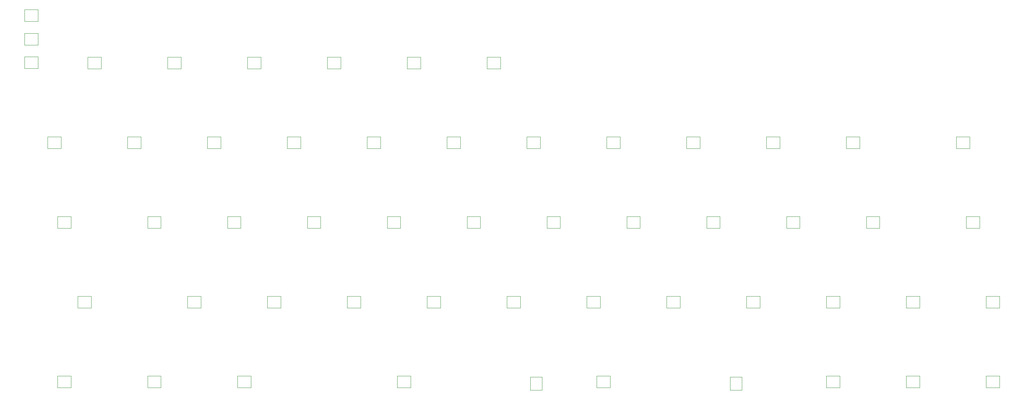
<source format=gbr>
%TF.GenerationSoftware,KiCad,Pcbnew,8.0.8*%
%TF.CreationDate,2025-02-11T14:29:33+01:00*%
%TF.ProjectId,vootington V4N STM32G0B1CBT6,766f6f74-696e-4677-946f-6e2056344e20,rev?*%
%TF.SameCoordinates,Original*%
%TF.FileFunction,Other,Comment*%
%FSLAX46Y46*%
G04 Gerber Fmt 4.6, Leading zero omitted, Abs format (unit mm)*
G04 Created by KiCad (PCBNEW 8.0.8) date 2025-02-11 14:29:33*
%MOMM*%
%LPD*%
G01*
G04 APERTURE LIST*
%ADD10C,0.120000*%
G04 APERTURE END LIST*
D10*
%TO.C,D51*%
X150029852Y-102381250D02*
X150029852Y-105581250D01*
X150029852Y-105581250D02*
X152829852Y-105581250D01*
X152829852Y-102381250D02*
X150029852Y-102381250D01*
X152829852Y-105581250D02*
X152829852Y-102381250D01*
%TO.C,D55*%
X37293750Y-102129000D02*
X37293750Y-104929000D01*
X37293750Y-104929000D02*
X40493750Y-104929000D01*
X40493750Y-102129000D02*
X37293750Y-102129000D01*
X40493750Y-104929000D02*
X40493750Y-102129000D01*
%TO.C,D17*%
X111112500Y-44979000D02*
X111112500Y-47779000D01*
X111112500Y-47779000D02*
X114312500Y-47779000D01*
X114312500Y-44979000D02*
X111112500Y-44979000D01*
X114312500Y-47779000D02*
X114312500Y-44979000D01*
%TO.C,D45*%
X42056250Y-83079000D02*
X42056250Y-85879000D01*
X42056250Y-85879000D02*
X45256250Y-85879000D01*
X45256250Y-83079000D02*
X42056250Y-83079000D01*
X45256250Y-85879000D02*
X45256250Y-83079000D01*
%TO.C,D36*%
X220650000Y-83079000D02*
X220650000Y-85879000D01*
X220650000Y-85879000D02*
X223850000Y-85879000D01*
X223850000Y-83079000D02*
X220650000Y-83079000D01*
X223850000Y-85879000D02*
X223850000Y-83079000D01*
%TO.C,D46*%
X258750000Y-102129000D02*
X258750000Y-104929000D01*
X258750000Y-104929000D02*
X261950000Y-104929000D01*
X261950000Y-102129000D02*
X258750000Y-102129000D01*
X261950000Y-104929000D02*
X261950000Y-102129000D01*
%TO.C,D13*%
X187312500Y-44979000D02*
X187312500Y-47779000D01*
X187312500Y-47779000D02*
X190512500Y-47779000D01*
X190512500Y-44979000D02*
X187312500Y-44979000D01*
X190512500Y-47779000D02*
X190512500Y-44979000D01*
%TO.C,D53*%
X80156250Y-102129000D02*
X80156250Y-104929000D01*
X80156250Y-104929000D02*
X83356250Y-104929000D01*
X83356250Y-102129000D02*
X80156250Y-102129000D01*
X83356250Y-104929000D02*
X83356250Y-102129000D01*
%TO.C,D3*%
X29412500Y-14640000D02*
X29412500Y-17440000D01*
X29412500Y-17440000D02*
X32612500Y-17440000D01*
X32612500Y-14640000D02*
X29412500Y-14640000D01*
X32612500Y-17440000D02*
X32612500Y-14640000D01*
%TO.C,D32*%
X58725000Y-64029000D02*
X58725000Y-66829000D01*
X58725000Y-66829000D02*
X61925000Y-66829000D01*
X61925000Y-64029000D02*
X58725000Y-64029000D01*
X61925000Y-66829000D02*
X61925000Y-64029000D01*
%TO.C,D30*%
X96825000Y-64029000D02*
X96825000Y-66829000D01*
X96825000Y-66829000D02*
X100025000Y-66829000D01*
X100025000Y-64029000D02*
X96825000Y-64029000D01*
X100025000Y-66829000D02*
X100025000Y-64029000D01*
%TO.C,D19*%
X73012500Y-44979000D02*
X73012500Y-47779000D01*
X73012500Y-47779000D02*
X76212500Y-47779000D01*
X76212500Y-44979000D02*
X73012500Y-44979000D01*
X76212500Y-47779000D02*
X76212500Y-44979000D01*
%TO.C,D29*%
X115875000Y-64029000D02*
X115875000Y-66829000D01*
X115875000Y-66829000D02*
X119075000Y-66829000D01*
X119075000Y-64029000D02*
X115875000Y-64029000D01*
X119075000Y-66829000D02*
X119075000Y-64029000D01*
%TO.C,D24*%
X211125000Y-64029000D02*
X211125000Y-66829000D01*
X211125000Y-66829000D02*
X214325000Y-66829000D01*
X214325000Y-64029000D02*
X211125000Y-64029000D01*
X214325000Y-66829000D02*
X214325000Y-64029000D01*
%TO.C,D1*%
X29412500Y-25905000D02*
X29412500Y-28705000D01*
X29412500Y-28705000D02*
X32612500Y-28705000D01*
X32612500Y-25905000D02*
X29412500Y-25905000D01*
X32612500Y-28705000D02*
X32612500Y-25905000D01*
%TO.C,D21*%
X34912500Y-44979000D02*
X34912500Y-47779000D01*
X34912500Y-47779000D02*
X38112500Y-47779000D01*
X38112500Y-44979000D02*
X34912500Y-44979000D01*
X38112500Y-47779000D02*
X38112500Y-44979000D01*
%TO.C,D5*%
X63487500Y-25929000D02*
X63487500Y-28729000D01*
X63487500Y-28729000D02*
X66687500Y-28729000D01*
X66687500Y-25929000D02*
X63487500Y-25929000D01*
X66687500Y-28729000D02*
X66687500Y-25929000D01*
%TO.C,D33*%
X37293750Y-64029000D02*
X37293750Y-66829000D01*
X37293750Y-66829000D02*
X40493750Y-66829000D01*
X40493750Y-64029000D02*
X37293750Y-64029000D01*
X40493750Y-66829000D02*
X40493750Y-64029000D01*
%TO.C,D37*%
X201600000Y-83079000D02*
X201600000Y-85879000D01*
X201600000Y-85879000D02*
X204800000Y-85879000D01*
X204800000Y-83079000D02*
X201600000Y-83079000D01*
X204800000Y-85879000D02*
X204800000Y-83079000D01*
%TO.C,D11*%
X225412500Y-44979000D02*
X225412500Y-47779000D01*
X225412500Y-47779000D02*
X228612500Y-47779000D01*
X228612500Y-44979000D02*
X225412500Y-44979000D01*
X228612500Y-47779000D02*
X228612500Y-44979000D01*
%TO.C,D49*%
X197654852Y-102381250D02*
X197654852Y-105581250D01*
X197654852Y-105581250D02*
X200454852Y-105581250D01*
X200454852Y-102381250D02*
X197654852Y-102381250D01*
X200454852Y-105581250D02*
X200454852Y-102381250D01*
%TO.C,D9*%
X139687500Y-25929000D02*
X139687500Y-28729000D01*
X139687500Y-28729000D02*
X142887500Y-28729000D01*
X142887500Y-25929000D02*
X139687500Y-25929000D01*
X142887500Y-28729000D02*
X142887500Y-25929000D01*
%TO.C,D8*%
X120637500Y-25929000D02*
X120637500Y-28729000D01*
X120637500Y-28729000D02*
X123837500Y-28729000D01*
X123837500Y-25929000D02*
X120637500Y-25929000D01*
X123837500Y-28729000D02*
X123837500Y-25929000D01*
%TO.C,D48*%
X220650000Y-102129000D02*
X220650000Y-104929000D01*
X220650000Y-104929000D02*
X223850000Y-104929000D01*
X223850000Y-102129000D02*
X220650000Y-102129000D01*
X223850000Y-104929000D02*
X223850000Y-102129000D01*
%TO.C,D10*%
X251606250Y-44979000D02*
X251606250Y-47779000D01*
X251606250Y-47779000D02*
X254806250Y-47779000D01*
X254806250Y-44979000D02*
X251606250Y-44979000D01*
X254806250Y-47779000D02*
X254806250Y-44979000D01*
%TO.C,D31*%
X77775000Y-64029000D02*
X77775000Y-66829000D01*
X77775000Y-66829000D02*
X80975000Y-66829000D01*
X80975000Y-64029000D02*
X77775000Y-64029000D01*
X80975000Y-66829000D02*
X80975000Y-64029000D01*
%TO.C,D23*%
X230175000Y-64029000D02*
X230175000Y-66829000D01*
X230175000Y-66829000D02*
X233375000Y-66829000D01*
X233375000Y-64029000D02*
X230175000Y-64029000D01*
X233375000Y-66829000D02*
X233375000Y-64029000D01*
%TO.C,D6*%
X82537500Y-25929000D02*
X82537500Y-28729000D01*
X82537500Y-28729000D02*
X85737500Y-28729000D01*
X85737500Y-25929000D02*
X82537500Y-25929000D01*
X85737500Y-28729000D02*
X85737500Y-25929000D01*
%TO.C,D12*%
X206362500Y-44979000D02*
X206362500Y-47779000D01*
X206362500Y-47779000D02*
X209562500Y-47779000D01*
X209562500Y-44979000D02*
X206362500Y-44979000D01*
X209562500Y-47779000D02*
X209562500Y-44979000D01*
%TO.C,D16*%
X130162500Y-44979000D02*
X130162500Y-47779000D01*
X130162500Y-47779000D02*
X133362500Y-47779000D01*
X133362500Y-44979000D02*
X130162500Y-44979000D01*
X133362500Y-47779000D02*
X133362500Y-44979000D01*
%TO.C,D27*%
X153975000Y-64029000D02*
X153975000Y-66829000D01*
X153975000Y-66829000D02*
X157175000Y-66829000D01*
X157175000Y-64029000D02*
X153975000Y-64029000D01*
X157175000Y-66829000D02*
X157175000Y-64029000D01*
%TO.C,D42*%
X106350000Y-83079000D02*
X106350000Y-85879000D01*
X106350000Y-85879000D02*
X109550000Y-85879000D01*
X109550000Y-83079000D02*
X106350000Y-83079000D01*
X109550000Y-85879000D02*
X109550000Y-83079000D01*
%TO.C,D35*%
X239700000Y-83079000D02*
X239700000Y-85879000D01*
X239700000Y-85879000D02*
X242900000Y-85879000D01*
X242900000Y-83079000D02*
X239700000Y-83079000D01*
X242900000Y-85879000D02*
X242900000Y-83079000D01*
%TO.C,D18*%
X92062500Y-44979000D02*
X92062500Y-47779000D01*
X92062500Y-47779000D02*
X95262500Y-47779000D01*
X95262500Y-44979000D02*
X92062500Y-44979000D01*
X95262500Y-47779000D02*
X95262500Y-44979000D01*
%TO.C,D7*%
X101587500Y-25929000D02*
X101587500Y-28729000D01*
X101587500Y-28729000D02*
X104787500Y-28729000D01*
X104787500Y-25929000D02*
X101587500Y-25929000D01*
X104787500Y-28729000D02*
X104787500Y-25929000D01*
%TO.C,D2*%
X29412500Y-20272500D02*
X29412500Y-23072500D01*
X29412500Y-23072500D02*
X32612500Y-23072500D01*
X32612500Y-20272500D02*
X29412500Y-20272500D01*
X32612500Y-23072500D02*
X32612500Y-20272500D01*
%TO.C,D47*%
X239700000Y-102129000D02*
X239700000Y-104929000D01*
X239700000Y-104929000D02*
X242900000Y-104929000D01*
X242900000Y-102129000D02*
X239700000Y-102129000D01*
X242900000Y-104929000D02*
X242900000Y-102129000D01*
%TO.C,D43*%
X87300000Y-83079000D02*
X87300000Y-85879000D01*
X87300000Y-85879000D02*
X90500000Y-85879000D01*
X90500000Y-83079000D02*
X87300000Y-83079000D01*
X90500000Y-85879000D02*
X90500000Y-83079000D01*
%TO.C,D34*%
X258750000Y-83079000D02*
X258750000Y-85879000D01*
X258750000Y-85879000D02*
X261950000Y-85879000D01*
X261950000Y-83079000D02*
X258750000Y-83079000D01*
X261950000Y-85879000D02*
X261950000Y-83079000D01*
%TO.C,D39*%
X163500000Y-83079000D02*
X163500000Y-85879000D01*
X163500000Y-85879000D02*
X166700000Y-85879000D01*
X166700000Y-83079000D02*
X163500000Y-83079000D01*
X166700000Y-85879000D02*
X166700000Y-83079000D01*
%TO.C,D40*%
X144450000Y-83079000D02*
X144450000Y-85879000D01*
X144450000Y-85879000D02*
X147650000Y-85879000D01*
X147650000Y-83079000D02*
X144450000Y-83079000D01*
X147650000Y-85879000D02*
X147650000Y-83079000D01*
%TO.C,D14*%
X168262500Y-44979000D02*
X168262500Y-47779000D01*
X168262500Y-47779000D02*
X171462500Y-47779000D01*
X171462500Y-44979000D02*
X168262500Y-44979000D01*
X171462500Y-47779000D02*
X171462500Y-44979000D01*
%TO.C,D28*%
X134925000Y-64029000D02*
X134925000Y-66829000D01*
X134925000Y-66829000D02*
X138125000Y-66829000D01*
X138125000Y-64029000D02*
X134925000Y-64029000D01*
X138125000Y-66829000D02*
X138125000Y-64029000D01*
%TO.C,D15*%
X149212500Y-44979000D02*
X149212500Y-47779000D01*
X149212500Y-47779000D02*
X152412500Y-47779000D01*
X152412500Y-44979000D02*
X149212500Y-44979000D01*
X152412500Y-47779000D02*
X152412500Y-44979000D01*
%TO.C,D22*%
X253987500Y-64029000D02*
X253987500Y-66829000D01*
X253987500Y-66829000D02*
X257187500Y-66829000D01*
X257187500Y-64029000D02*
X253987500Y-64029000D01*
X257187500Y-66829000D02*
X257187500Y-64029000D01*
%TO.C,D26*%
X173025000Y-64029000D02*
X173025000Y-66829000D01*
X173025000Y-66829000D02*
X176225000Y-66829000D01*
X176225000Y-64029000D02*
X173025000Y-64029000D01*
X176225000Y-66829000D02*
X176225000Y-64029000D01*
%TO.C,D41*%
X125400000Y-83079000D02*
X125400000Y-85879000D01*
X125400000Y-85879000D02*
X128600000Y-85879000D01*
X128600000Y-83079000D02*
X125400000Y-83079000D01*
X128600000Y-85879000D02*
X128600000Y-83079000D01*
%TO.C,D50*%
X165881250Y-102129000D02*
X165881250Y-104929000D01*
X165881250Y-104929000D02*
X169081250Y-104929000D01*
X169081250Y-102129000D02*
X165881250Y-102129000D01*
X169081250Y-104929000D02*
X169081250Y-102129000D01*
%TO.C,D4*%
X44437500Y-25929000D02*
X44437500Y-28729000D01*
X44437500Y-28729000D02*
X47637500Y-28729000D01*
X47637500Y-25929000D02*
X44437500Y-25929000D01*
X47637500Y-28729000D02*
X47637500Y-25929000D01*
%TO.C,D20*%
X53962500Y-44979000D02*
X53962500Y-47779000D01*
X53962500Y-47779000D02*
X57162500Y-47779000D01*
X57162500Y-44979000D02*
X53962500Y-44979000D01*
X57162500Y-47779000D02*
X57162500Y-44979000D01*
%TO.C,D38*%
X182550000Y-83079000D02*
X182550000Y-85879000D01*
X182550000Y-85879000D02*
X185750000Y-85879000D01*
X185750000Y-83079000D02*
X182550000Y-83079000D01*
X185750000Y-85879000D02*
X185750000Y-83079000D01*
%TO.C,D44*%
X68250000Y-83079000D02*
X68250000Y-85879000D01*
X68250000Y-85879000D02*
X71450000Y-85879000D01*
X71450000Y-83079000D02*
X68250000Y-83079000D01*
X71450000Y-85879000D02*
X71450000Y-83079000D01*
%TO.C,D54*%
X58725000Y-102129000D02*
X58725000Y-104929000D01*
X58725000Y-104929000D02*
X61925000Y-104929000D01*
X61925000Y-102129000D02*
X58725000Y-102129000D01*
X61925000Y-104929000D02*
X61925000Y-102129000D01*
%TO.C,D25*%
X192075000Y-64029000D02*
X192075000Y-66829000D01*
X192075000Y-66829000D02*
X195275000Y-66829000D01*
X195275000Y-64029000D02*
X192075000Y-64029000D01*
X195275000Y-66829000D02*
X195275000Y-64029000D01*
%TO.C,D52*%
X118256250Y-102129000D02*
X118256250Y-104929000D01*
X118256250Y-104929000D02*
X121456250Y-104929000D01*
X121456250Y-102129000D02*
X118256250Y-102129000D01*
X121456250Y-104929000D02*
X121456250Y-102129000D01*
%TD*%
M02*

</source>
